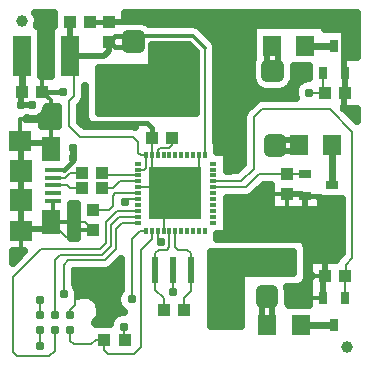
<source format=gbr>
G04 DipTrace 2.3.0.0*
%INTop.gbr*%
%MOMM*%
%ADD13C,0.152*%
%ADD14C,0.6*%
%ADD15C,0.2*%
%ADD16C,0.34*%
%ADD17C,0.4*%
%ADD18C,0.5*%
%ADD19C,0.3*%
%ADD20C,0.35*%
%ADD21C,0.16*%
%ADD23C,1.0*%
%ADD24C,0.787*%
%ADD26C,0.635*%
%ADD27C,0.33*%
%ADD28R,1.1X1.0*%
%ADD29R,1.0X1.1*%
%ADD30R,1.6X3.4*%
%ADD31R,1.35X0.4*%
%ADD32R,1.6X2.1*%
%ADD33R,1.9X1.8*%
%ADD34R,1.9X1.9*%
%ADD38R,0.65X1.05*%
%ADD39R,1.05X0.65*%
%ADD40R,1.6X1.8*%
%ADD41R,0.6X0.3*%
%ADD42R,0.3X0.6*%
%ADD43R,4.5X4.5*%
%ADD46R,0.6X2.3*%
%FSLAX53Y53*%
G04*
G71*
G90*
G75*
G01*
%LNTop*%
%LPD*%
X11700Y11100D2*
D13*
X11200D1*
X10500Y10400D1*
Y5300D1*
X26700Y24500D2*
Y23000D1*
X26900Y22800D1*
X25540D1*
X25200Y26800D2*
D14*
X27650D1*
X3970Y2700D2*
D13*
Y940D1*
X3510Y480D1*
X820D1*
X490Y810D1*
Y7190D1*
X2860Y9560D1*
X7830D1*
X8310Y10040D1*
Y11870D1*
X9240Y12800D1*
X11000D1*
X14000Y5900D2*
X13999Y7790D1*
X12200Y17500D2*
D15*
Y19000D1*
X3800Y13650D2*
D16*
Y11950D1*
D13*
X3690Y11840D1*
X7000Y28800D2*
D17*
X8600D1*
X3690Y11840D2*
D13*
X6560D1*
X7200Y11200D1*
X28600Y24500D2*
D18*
Y22800D1*
X23660Y14250D2*
X24960D1*
D13*
X25160Y14050D1*
X26700Y5400D2*
D18*
Y7100D1*
D13*
X26900Y7300D1*
X3650Y18060D2*
D19*
Y20650D1*
Y22150D1*
X2900Y22900D1*
X5240Y3970D2*
D13*
Y4388D1*
X5700Y4847D1*
Y7700D1*
X5692Y10555D2*
X4975D1*
X3690Y11840D1*
X8600Y28800D2*
D18*
X28300D1*
X28500Y28600D1*
Y24400D1*
D13*
X28600Y24500D1*
X25160Y14050D2*
D18*
Y12040D1*
X26900Y10300D1*
Y7300D1*
X25700D2*
D19*
X26900D1*
X25160Y14050D2*
D17*
X26150D1*
X26400Y13800D1*
Y12600D1*
X2900Y22900D2*
X4700D1*
X28500Y21500D2*
D18*
Y22800D1*
X28600D1*
X6400Y21900D2*
D17*
Y20800D1*
X7000Y20200D1*
X11800D1*
X12200Y19800D1*
Y19000D1*
X13200Y11100D2*
D13*
Y12500D1*
X13100Y12600D1*
Y14100D1*
X12400Y14800D1*
X12100D1*
X11000D1*
X12100D2*
X12300Y15000D1*
Y16200D1*
X12200Y16100D1*
Y17500D1*
X16200D2*
Y16100D1*
X16000Y15900D1*
X12400D1*
X12200Y16100D1*
X3690Y11840D2*
D18*
Y11300D1*
X1330D1*
D13*
X1120Y11090D1*
D18*
Y13750D1*
Y16140D1*
X1110D1*
Y18730D1*
D13*
X1090Y18750D1*
X3650Y18060D2*
D18*
Y18550D1*
X1290D1*
D13*
X1090Y18750D1*
X3650Y20650D2*
X3550Y20550D1*
D20*
X1100D1*
D13*
Y18760D1*
X28600Y5400D2*
Y7300D1*
X17400Y15300D2*
X19800D1*
X20860Y16360D1*
Y20710D1*
X21560Y21410D1*
X27290D1*
X29190Y19510D1*
Y8810D1*
X28610Y8230D1*
Y7310D1*
X28600Y7300D1*
X24800Y3100D2*
D14*
X27650D1*
X2700Y2700D2*
D13*
Y1400D1*
X4760Y5770D2*
Y8240D1*
X5150Y8630D1*
X8220D1*
X9190Y9600D1*
Y11280D1*
X9710Y11800D1*
X11000D1*
Y12300D2*
X9430D1*
X8720Y11590D1*
Y9820D1*
X8000Y9100D1*
X4440D1*
X3970Y8630D1*
Y3970D1*
X8000Y16000D2*
D21*
Y15800D1*
X11000D1*
X12500Y7800D2*
D13*
Y9200D1*
X12800Y9500D1*
X13500D1*
X13700Y9700D1*
Y11100D1*
X12500Y7800D2*
Y6100D1*
X13200Y5400D1*
Y4400D1*
X15506Y7800D2*
Y9194D1*
X15200Y9500D1*
X14400D1*
X14200Y9700D1*
Y11100D1*
X15506Y7800D2*
Y6006D1*
X14900Y5400D1*
Y4400D1*
X3800Y14950D2*
D21*
X5050D1*
X5300Y14700D1*
X6300D1*
X3800Y15600D2*
X4900D1*
X5300Y16000D1*
X6300D1*
X12700Y17500D2*
D13*
Y17990D1*
X12860Y18150D1*
X13640D1*
X13900Y18410D1*
Y19000D1*
X8000Y14700D2*
D21*
X8900D1*
X9500Y15300D1*
X11000D1*
Y14300D2*
D13*
X9100D1*
X8900Y14100D1*
Y13200D1*
X8600Y12900D1*
X7200D1*
X22000Y25100D2*
D23*
X22900D1*
Y24200D1*
X22000D1*
Y25100D1*
D18*
Y26400D1*
D13*
X22400Y26800D1*
X22900Y25100D2*
D18*
Y26300D1*
D13*
X22400Y26800D1*
X22200Y18800D2*
D23*
Y17900D1*
X23100D1*
Y18800D1*
X22200D1*
X23100D2*
D18*
X24210D1*
D13*
X24660Y18350D1*
X23100Y17900D2*
D18*
X24210D1*
D13*
X24660Y18350D1*
X21500Y6000D2*
D23*
X22400D1*
Y5100D1*
X21500D1*
Y6000D1*
Y5100D2*
D18*
Y3600D1*
D13*
X22000Y3100D1*
X22400Y5100D2*
D18*
Y3500D1*
D13*
X22000Y3100D1*
X23660Y15950D2*
X25160D1*
X17400Y14800D2*
X20160D1*
X21310Y15950D1*
X23660D1*
X27460Y15000D2*
D14*
Y18350D1*
X12200Y11100D2*
D13*
Y10400D1*
X11300Y9500D1*
Y1300D1*
X10700Y700D1*
X8500D1*
X8200Y1000D1*
Y1900D1*
X7500D1*
X7100Y1500D1*
X5600D1*
X5300Y1800D1*
Y2640D1*
X5240Y2700D1*
X3800Y16250D2*
D19*
X4750D1*
D17*
X5500Y17000D1*
Y17400D1*
D14*
Y18100D1*
Y17300D2*
D17*
Y17400D1*
X2100Y21800D2*
D18*
X1100D1*
Y22800D1*
D13*
X1200Y22900D1*
D14*
Y25900D1*
X11000Y13800D2*
D13*
X10180D1*
X9920Y13540D1*
X5300Y25900D2*
D18*
Y28800D1*
Y25900D2*
X8200D1*
X8600Y26300D1*
Y27100D1*
X12700Y11100D2*
D13*
Y10500D1*
X13000Y10200D1*
X9890Y3010D2*
Y1910D1*
X9900Y1900D1*
X5300Y25900D2*
X5600D1*
Y22500D1*
X5200Y22100D1*
Y19990D1*
X6160Y19030D1*
X10640D1*
X11050Y18620D1*
Y17740D1*
X11300Y17490D1*
X11690D1*
X11700Y17500D1*
X11000Y16300D2*
X11520D1*
X11690Y16470D1*
Y17490D1*
X2700Y3970D2*
Y5240D1*
X2730Y5270D1*
X10200Y27600D2*
D23*
X11100D1*
Y26700D1*
X10200D1*
Y27600D1*
D17*
Y27000D1*
X9900D1*
D13*
X10200Y26700D1*
Y27600D2*
D17*
X9100D1*
X8600Y27100D1*
Y27200D1*
X9100Y26700D1*
X10200D1*
X16700Y17500D2*
D15*
Y26600D1*
D19*
X15700Y27600D1*
X11100D1*
D24*
X14000Y5900D3*
X5500Y18100D3*
Y17300D3*
X1100Y21800D3*
X2100D3*
X13000Y10200D3*
X10500Y5300D3*
X2700Y1400D3*
X4760Y5770D3*
X9920Y13540D3*
X25540Y22800D3*
X9890Y3010D3*
X2730Y5270D3*
X23100Y18800D3*
Y17900D3*
X22200Y18800D3*
Y17900D3*
X22900Y25100D3*
Y24200D3*
X22000Y25100D3*
Y24200D3*
X22400Y6000D3*
Y5100D3*
X21500Y6000D3*
Y5100D3*
X5700Y7700D3*
X5692Y10555D3*
X25700Y7300D3*
X11100Y27600D3*
Y26700D3*
X10200Y27600D3*
Y26700D3*
X26400Y12600D3*
X28500Y21500D3*
X4700Y22900D3*
X6400Y21900D3*
X8000Y24700D3*
X9000D3*
X10000D3*
X11000D3*
X8000Y23700D3*
X9000D3*
X10000D3*
X11000D3*
X8000Y22700D3*
X9000D3*
X10000D3*
X11000D3*
X8000Y21800D3*
X9000D3*
X10000D3*
X11000D3*
X12000Y24700D3*
X12900D3*
X14000D3*
X15000D3*
X12000Y23700D3*
X13000D3*
X14000D3*
X15000D3*
X12000Y22700D3*
X13000D3*
X14000D3*
X15000D3*
X12000Y21800D3*
X13000D3*
X14000D3*
X15000D3*
X17500Y8900D3*
X18500D3*
X19500D3*
X17500Y7900D3*
X18500D3*
X19500D3*
X17500Y6900D3*
X18500D3*
X19500D3*
X1100Y9200D3*
X17500Y5900D3*
X18500D3*
X19500D3*
X17500Y4900D3*
X18500D3*
X19500D3*
X17500Y3900D3*
X18500D3*
X19500D3*
X2609Y28951D2*
D26*
X3842D1*
X10011D2*
X29519D1*
X2907Y28319D2*
X3594D1*
X16450D2*
X20699D1*
X26908D2*
X29519D1*
X2907Y27688D2*
X3594D1*
X17075D2*
X20699D1*
X28882D2*
X29519D1*
X2907Y27056D2*
X3594D1*
X17641D2*
X20699D1*
X28882D2*
X29519D1*
X2907Y26424D2*
X3594D1*
X17740D2*
X20699D1*
X28882D2*
X29519D1*
X2907Y25793D2*
X3594D1*
X17710D2*
X20699D1*
X2907Y25161D2*
X3594D1*
X17710D2*
X20600D1*
X2907Y24529D2*
X3594D1*
X17710D2*
X20590D1*
X24308D2*
X25471D1*
X17710Y23897D2*
X20629D1*
X24269D2*
X24906D1*
X17710Y23266D2*
X20977D1*
X23931D2*
X24330D1*
X17710Y22634D2*
X24251D1*
X17710Y22002D2*
X20788D1*
X3324Y21371D2*
X4219D1*
X17710D2*
X20153D1*
X28694D2*
X29519D1*
X2798Y20739D2*
X4219D1*
X6181D2*
X6501D1*
X17710D2*
X19875D1*
X2947Y20107D2*
X4219D1*
X6449D2*
X6858D1*
X17710D2*
X19875D1*
X17710Y19476D2*
X19875D1*
X17710Y18844D2*
X19875D1*
X17760Y18213D2*
X19875D1*
X18603Y17581D2*
X19875D1*
X18603Y16949D2*
X19875D1*
X18603Y16317D2*
X19459D1*
X21143Y14422D2*
X22257D1*
X18603Y13791D2*
X22257D1*
X26590D2*
X28210D1*
X5397Y13159D2*
X5796D1*
X18603D2*
X22257D1*
X26590D2*
X28210D1*
X5397Y12528D2*
X5796D1*
X18603D2*
X28210D1*
X5397Y11896D2*
X5796D1*
X18603D2*
X28210D1*
X5397Y11264D2*
X5796D1*
X18603D2*
X28210D1*
X5397Y10633D2*
X5796D1*
X17760D2*
X28210D1*
X25301Y10001D2*
X28210D1*
X481Y9369D2*
X1302D1*
X25410D2*
X28210D1*
X25410Y8737D2*
X27783D1*
X9058Y8106D2*
X9512D1*
X5745Y7474D2*
X9517D1*
X5745Y6843D2*
X9517D1*
X5983Y6211D2*
X9517D1*
X23792D2*
X25441D1*
X7104Y5579D2*
X9229D1*
X23802D2*
X25471D1*
X7769Y4948D2*
X9249D1*
X23792D2*
X25471D1*
X7908Y4316D2*
X9686D1*
X7729Y3684D2*
X8793D1*
X10807Y19933D2*
Y19957D1*
X10650Y19947D1*
X9633Y19957D1*
X7400D1*
X7090Y20016D1*
X6823Y20185D1*
X6638Y20440D1*
X6557Y20800D1*
Y23350D1*
X6519Y23043D1*
Y22500D1*
X6465Y22189D1*
X6271Y21872D1*
X6117Y21717D1*
X6119Y20364D1*
X6544Y19945D1*
X10640Y19949D1*
X5862Y11507D2*
X5857Y13362D1*
X5341Y13357D1*
X5333Y13084D1*
Y10479D1*
X5866D1*
X5857Y10760D1*
X5859Y12593D1*
X2843Y24243D2*
X3656D1*
X3657Y28443D1*
X3905D1*
X3907Y29590D1*
X2595Y29582D1*
X2347D1*
X2451Y29389D1*
X2531Y29082D1*
X2543Y28900D1*
X2506Y28585D1*
X2454Y28446D1*
X2843Y28443D1*
Y24246D1*
X4283Y21557D2*
X3311D1*
X3177Y21193D1*
X2987Y20939D1*
X2740Y20742D1*
X2450Y20614D1*
X2137Y20564D1*
X1822Y20595D1*
X1609Y20674D1*
X1583Y20543D1*
X2883D1*
X2896Y20003D1*
X4283D1*
X4281Y21548D1*
X9943Y29584D2*
Y28917D1*
X10200Y28943D1*
X11100D1*
X11415Y28906D1*
X11712Y28796D1*
X11981Y28612D1*
X12370Y28593D1*
X15700D1*
X16012Y28543D1*
X16299Y28390D1*
X16402Y28302D1*
X17402Y27302D1*
X17587Y27046D1*
X17682Y26744D1*
X17678Y26428D1*
X17643Y26282D1*
Y18633D1*
X17693Y18643D1*
Y17800D1*
X18543Y17793D1*
Y16211D1*
X19414Y16219D1*
X19943Y16743D1*
X19941Y20710D1*
X19995Y21021D1*
X20189Y21338D1*
X20910Y22060D1*
X21169Y22242D1*
X21530Y22329D1*
X24388D1*
X24306Y22726D1*
X24327Y23042D1*
X24429Y23342D1*
X24603Y23606D1*
X24838Y23818D1*
X25120Y23963D1*
X25498Y24029D1*
X25507Y24143D1*
X25537D1*
X25532Y25067D1*
X24233Y25057D1*
X24243Y24200D1*
X24206Y23885D1*
X24096Y23588D1*
X23919Y23325D1*
X23686Y23111D1*
X23409Y22957D1*
X22991Y22860D1*
X22000Y22857D1*
X21685Y22894D1*
X21388Y23004D1*
X21125Y23181D1*
X20911Y23414D1*
X20757Y23691D1*
X20660Y24109D1*
X20657Y25100D1*
X20726Y25523D1*
X20757Y25692D1*
Y28543D1*
X24043Y28533D1*
X25462Y28543D1*
X26843D1*
Y28176D1*
X28818Y28168D1*
X28829Y25868D1*
X29581D1*
X29582Y29582D1*
X9947D1*
X7811Y4036D2*
X7700Y3740D1*
X7523Y3477D1*
X7370Y3337D1*
X7475Y3235D1*
X8682Y3243D1*
X8779Y3552D1*
X8953Y3816D1*
X9188Y4028D1*
X9470Y4173D1*
X9779Y4241D1*
X9868Y4238D1*
X9666Y4387D1*
X9462Y4629D1*
X9325Y4915D1*
X9266Y5226D1*
X9287Y5542D1*
X9389Y5842D1*
X9585Y6126D1*
X9581Y8683D1*
X8870Y7980D1*
X8611Y7798D1*
X8250Y7711D1*
X5670D1*
X5679Y6603D1*
X5910Y6225D1*
X5988Y5918D1*
X5972Y5584D1*
X6238Y5661D1*
X6554Y5688D1*
X6867Y5641D1*
X7160Y5521D1*
X7417Y5335D1*
X7623Y5094D1*
X7766Y4812D1*
X7839Y4504D1*
X7848Y4351D1*
X7811Y4036D1*
X1399Y9397D2*
X419D1*
X418Y8419D1*
X1405Y9404D1*
X25532Y4844D2*
Y5959D1*
X25507Y5957D1*
Y8643D1*
X27791D1*
X27960Y8880D1*
X28276Y9196D1*
X28271Y13840D1*
X26923Y13832D1*
X26528Y13821D1*
Y12882D1*
X25002D1*
X25003Y12857D1*
X22317D1*
Y15023D1*
X21686Y15031D1*
X20810Y14150D1*
X20551Y13968D1*
X20190Y13881D1*
X18543D1*
X18533Y12807D1*
X18543Y12158D1*
Y10807D1*
X17700D1*
X17693Y10447D1*
X24500Y10443D1*
X24810Y10384D1*
X25077Y10215D1*
X25262Y9960D1*
X25343Y9600D1*
Y7200D1*
X25284Y6890D1*
X25115Y6623D1*
X24860Y6438D1*
X24500Y6357D1*
X23696D1*
X23743Y6000D1*
X23736Y4977D1*
X23792Y4843D1*
X25528D1*
X29582Y21457D2*
X28542D1*
X29582Y20420D1*
Y21462D1*
X5858Y11200D2*
D27*
X7200D1*
X2900Y24242D2*
Y22900D1*
X8600Y28800D2*
X9942D1*
X3650Y20002D2*
Y18110D1*
X3690Y11890D2*
X5332D1*
X1090Y20542D2*
Y18800D1*
X1120Y11140D2*
Y9398D1*
X25533Y5400D2*
X26700D1*
X25160Y14050D2*
Y12883D1*
Y14050D2*
X26527D1*
X28600Y25867D2*
Y24500D1*
X26900Y8642D2*
Y7300D1*
X25508D2*
X26900D1*
X23660Y14250D2*
Y12858D1*
X22318Y14250D2*
X23660D1*
X28600Y22800D2*
Y21458D1*
X12281Y26251D2*
D26*
X15924D1*
X12281Y25619D2*
X15924D1*
X12231Y24988D2*
X15924D1*
X7781Y24356D2*
X15924D1*
X7781Y23724D2*
X15924D1*
X7781Y23093D2*
X15924D1*
X7781Y22461D2*
X15924D1*
X7781Y21829D2*
X15924D1*
X7781Y21198D2*
X15924D1*
X7718Y24565D2*
Y21117D1*
X15983D1*
Y26268D1*
X15366Y26885D1*
X12218Y26883D1*
Y25200D1*
X12062Y24932D1*
X11900Y24883D1*
X7718D1*
Y24565D1*
X17281Y8651D2*
X24114D1*
X17281Y8019D2*
X24114D1*
X17281Y7388D2*
X19719D1*
X17281Y6756D2*
X19719D1*
X17281Y6124D2*
X19719D1*
X17281Y5492D2*
X19719D1*
X17281Y4861D2*
X19719D1*
X17281Y4229D2*
X19719D1*
X17281Y3597D2*
X19719D1*
X23865Y9282D2*
X17218D1*
Y3018D1*
X19783D1*
Y7200D1*
X19938Y7468D1*
X20100Y7518D1*
X24183D1*
Y9282D1*
X23865D1*
D28*
X13900Y19000D3*
X12200D3*
D29*
X7200Y12900D3*
Y11200D3*
D28*
X1200Y22900D3*
X2900D3*
X5300Y28800D3*
X7000D3*
D29*
X8600Y27100D3*
Y28800D3*
D30*
X5300Y25900D3*
X1200D3*
D24*
X2700Y2700D3*
Y3970D3*
X3970Y2700D3*
Y3970D3*
X5240Y2700D3*
Y3970D3*
D31*
X3800Y16250D3*
Y15600D3*
Y14950D3*
Y14300D3*
Y13650D3*
D32*
X3650Y18060D3*
X3690Y11840D3*
D33*
X1090Y18750D3*
X1120Y11090D3*
D34*
X1110Y16140D3*
X1120Y13750D3*
D23*
X1200Y28900D3*
X28700Y1300D3*
D38*
X28600Y5400D3*
X26700D3*
X27650Y3100D3*
D39*
X25160Y15950D3*
Y14050D3*
X27460Y15000D3*
D38*
X26700Y24500D3*
X28600D3*
X27650Y26800D3*
D28*
X8200Y1900D3*
X9900D3*
X14900Y4400D3*
X13200D3*
X8000Y16000D3*
X6300D3*
X8000Y14700D3*
X6300D3*
D40*
X24800Y3100D3*
X22000D3*
X27460Y18350D3*
X24660D3*
X25200Y26800D3*
X22400D3*
D28*
X26900Y7300D3*
X28600D3*
D29*
X23660Y14250D3*
Y15950D3*
D28*
X28600Y22800D3*
X26900D3*
D41*
X11000Y16800D3*
Y16300D3*
Y15800D3*
Y15300D3*
Y14800D3*
Y14300D3*
Y13800D3*
Y13300D3*
Y12800D3*
Y12300D3*
Y11800D3*
D42*
X11700Y11100D3*
X12200D3*
X12700D3*
X13200D3*
X13700D3*
X14200D3*
X14700D3*
X15200D3*
X15700D3*
X16200D3*
X16700D3*
D41*
X17400Y11800D3*
Y12300D3*
Y12800D3*
Y13300D3*
Y13800D3*
Y14300D3*
Y14800D3*
Y15300D3*
Y15800D3*
Y16300D3*
Y16800D3*
D42*
X16700Y17500D3*
X16200D3*
X15700D3*
X15200D3*
X14700D3*
X14200D3*
X13700D3*
X13200D3*
X12700D3*
X12200D3*
X11700D3*
D43*
X14200Y14300D3*
D46*
X12500Y7800D3*
X13999Y7790D3*
X15506Y7800D3*
M02*

</source>
